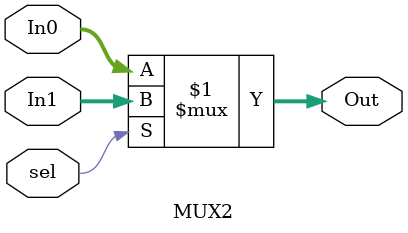
<source format=v>
module MUX2 #(parameter WIDTH=8)
            (input [WIDTH-1:0] In0,In1,
             input sel,output [WIDTH-1:0] Out);
assign Out=sel ? In1:In0;
endmodule
</source>
